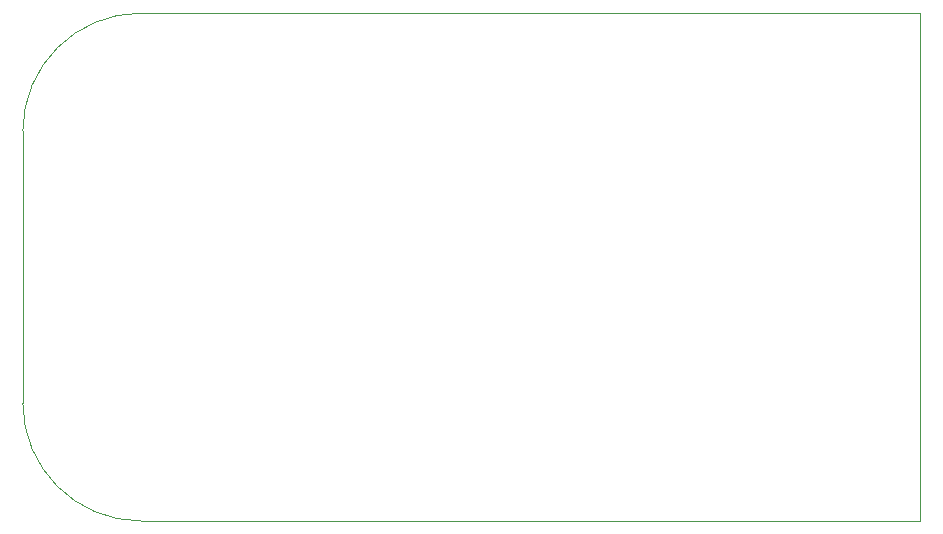
<source format=gm1>
G04 #@! TF.GenerationSoftware,KiCad,Pcbnew,(5.1.10)-1*
G04 #@! TF.CreationDate,2022-08-14T11:16:36-04:00*
G04 #@! TF.ProjectId,KBAdapter,4b424164-6170-4746-9572-2e6b69636164,rev?*
G04 #@! TF.SameCoordinates,Original*
G04 #@! TF.FileFunction,Profile,NP*
%FSLAX46Y46*%
G04 Gerber Fmt 4.6, Leading zero omitted, Abs format (unit mm)*
G04 Created by KiCad (PCBNEW (5.1.10)-1) date 2022-08-14 11:16:36*
%MOMM*%
%LPD*%
G01*
G04 APERTURE LIST*
G04 #@! TA.AperFunction,Profile*
%ADD10C,0.050000*%
G04 #@! TD*
G04 APERTURE END LIST*
D10*
X111000000Y-116000000D02*
G75*
G02*
X101000000Y-106000000I0J10000000D01*
G01*
X101000000Y-83000000D02*
G75*
G02*
X111000000Y-73000000I10000000J0D01*
G01*
X101000000Y-83000000D02*
X101000000Y-106000000D01*
X111000000Y-116000000D02*
X150000000Y-116000000D01*
X150000000Y-73000000D02*
X111000000Y-73000000D01*
X150000000Y-73000000D02*
X177000000Y-73000000D01*
X177000000Y-116000000D02*
X150000000Y-116000000D01*
X177000000Y-73000000D02*
X177000000Y-116000000D01*
M02*

</source>
